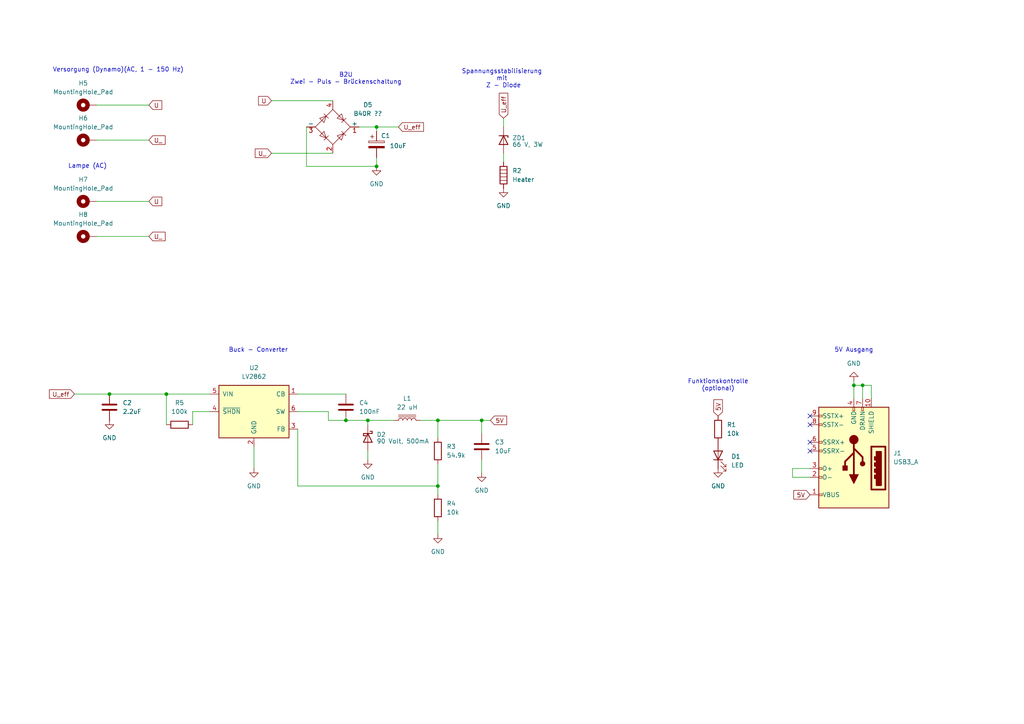
<source format=kicad_sch>
(kicad_sch (version 20231120) (generator "eeschema") (generator_version "8.0")
  (paper "A4")
  (lib_symbols
    (symbol "Connector:USB3_A" (pin_names (offset 1.016))
      (property "Reference" "J" (at -10.16 15.24 0))
      (property "Value" "USB3_A" (at 10.16 15.24 0))
      (symbol "USB3_A_0_0"
        (rectangle (start -9.144 8.636) (end -5.08 -3.81) (stroke (width 0.508)))
        (rectangle (start -7.874 7.366) (end -6.604 -2.286) (stroke (width 0.508)) (fill (type outline)))
        (rectangle (start -6.35 0) (end -6.096 -0.762) (stroke (width 0.508)))
        (rectangle (start -6.35 1.778) (end -6.096 1.016) (stroke (width 0.508)))
        (rectangle (start -6.35 3.556) (end -6.096 2.794) (stroke (width 0.508)))
        (rectangle (start -6.35 5.334) (end -6.096 4.572) (stroke (width 0.508)))
        (rectangle (start -2.794 -15.24) (end -2.286 -14.224))
        (rectangle (start -0.254 -15.24) (end 0.254 -14.224))
        (rectangle (start 10.16 -12.446) (end 9.144 -12.954))
        (rectangle (start 10.16 -9.906) (end 9.144 -10.414))
        (rectangle (start 10.16 -4.826) (end 9.144 -5.334))
        (rectangle (start 10.16 -2.286) (end 9.144 -2.794))
        (rectangle (start 10.16 2.794) (end 9.144 2.286))
        (rectangle (start 10.16 5.334) (end 9.144 4.826))
        (rectangle (start 10.16 10.414) (end 9.144 9.906))
      )
      (symbol "USB3_A_0_1"
        (rectangle (start -10.16 13.97) (end 10.16 -15.24) (stroke (width 0.254)) (fill (type background)))
      )
      (symbol "USB3_A_1_1"
        (circle (center -2.54 1.143) (radius 0.635) (stroke (width 0.254)) (fill (type outline)))
        (circle (center 0 -5.842) (radius 1.27) (fill (type outline)))
        (polyline (pts (xy 0 -5.842) (xy 0 4.318)) (stroke (width 0.508)))
        (polyline (pts (xy 0 -3.302) (xy -2.54 -0.762) (xy -2.54 0.508)) (stroke (width 0.508)))
        (polyline (pts (xy 0 -2.032) (xy 2.54 0.508) (xy 2.54 1.778)) (stroke (width 0.508)))
        (polyline (pts (xy -1.27 4.318) (xy 0 6.858) (xy 1.27 4.318) (xy -1.27 4.318)) (stroke (width 0.254)) (fill (type outline)))
        (rectangle (start 1.905 1.778) (end 3.175 3.048) (stroke (width 0.254)) (fill (type outline)))
        (pin power_in line (at 12.7 10.16 180) (length 2.54) (name "VBUS") (number "1"))
        (pin passive line (at -5.08 -17.78 90) (length 2.54) (name "SHIELD") (number "10"))
        (pin bidirectional line (at 12.7 5.08 180) (length 2.54) (name "D-") (number "2"))
        (pin bidirectional line (at 12.7 2.54 180) (length 2.54) (name "D+") (number "3"))
        (pin power_in line (at 0 -17.78 90) (length 2.54) (name "GND") (number "4"))
        (pin output line (at 12.7 -2.54 180) (length 2.54) (name "SSRX-") (number "5"))
        (pin output line (at 12.7 -5.08 180) (length 2.54) (name "SSRX+") (number "6"))
        (pin passive line (at -2.54 -17.78 90) (length 2.54) (name "DRAIN") (number "7"))
        (pin input line (at 12.7 -10.16 180) (length 2.54) (name "SSTX-") (number "8"))
        (pin input line (at 12.7 -12.7 180) (length 2.54) (name "SSTX+") (number "9"))
      )
    )
    (symbol "Device:C" (pin_numbers hide) (pin_names (offset 0.254))
      (property "Reference" "C" (at 0.635 2.54 0))
      (property "Value" "C" (at 0.635 -2.54 0))
      (symbol "C_0_1"
        (polyline (pts (xy -2.032 -0.762) (xy 2.032 -0.762)) (stroke (width 0.508)))
        (polyline (pts (xy -2.032 0.762) (xy 2.032 0.762)) (stroke (width 0.508)))
      )
      (symbol "C_1_1"
        (pin passive line (at 0 3.81 270) (length 2.794) (name "~") (number "1"))
        (pin passive line (at 0 -3.81 90) (length 2.794) (name "~") (number "2"))
      )
    )
    (symbol "Device:C_Polarized" (pin_numbers hide) (pin_names (offset 0.254))
      (property "Reference" "C" (at 0.635 2.54 0))
      (property "Value" "C_Polarized" (at 0.635 -2.54 0))
      (symbol "C_Polarized_0_1"
        (rectangle (start -2.286 0.508) (end 2.286 1.016))
        (polyline (pts (xy -1.778 2.286) (xy -0.762 2.286)))
        (polyline (pts (xy -1.27 2.794) (xy -1.27 1.778)))
        (rectangle (start 2.286 -0.508) (end -2.286 -1.016) (fill (type outline)))
      )
      (symbol "C_Polarized_1_1"
        (pin passive line (at 0 3.81 270) (length 2.794) (name "~") (number "1"))
        (pin passive line (at 0 -3.81 90) (length 2.794) (name "~") (number "2"))
      )
    )
    (symbol "Device:D_Schottky" (pin_numbers hide) (pin_names (offset 1.016) hide)
      (property "Reference" "D" (at 0 2.54 0))
      (property "Value" "D_Schottky" (at 0 -2.54 0))
      (symbol "D_Schottky_0_1"
        (polyline (pts (xy 1.27 0) (xy -1.27 0)))
        (polyline (pts (xy 1.27 1.27) (xy 1.27 -1.27) (xy -1.27 0) (xy 1.27 1.27)) (stroke (width 0.254)))
        (polyline (pts (xy -1.905 0.635) (xy -1.905 1.27) (xy -1.27 1.27) (xy -1.27 -1.27) (xy -0.635 -1.27) (xy -0.635 -0.635)) (stroke (width 0.254)))
      )
      (symbol "D_Schottky_1_1"
        (pin passive line (at -3.81 0 0) (length 2.54) (name "K") (number "1"))
        (pin passive line (at 3.81 0 180) (length 2.54) (name "A") (number "2"))
      )
    )
    (symbol "Device:Heater" (pin_numbers hide) (pin_names (offset 0))
      (property "Reference" "R" (at 2.032 0 90))
      (property "Value" "Heater" (at -2.032 0 90))
      (symbol "Heater_0_1"
        (rectangle (start -1.016 -2.54) (end 1.016 2.54) (stroke (width 0.254)))
        (polyline (pts (xy -1.016 1.524) (xy 1.016 1.524)))
        (polyline (pts (xy 1.016 -1.524) (xy -1.016 -1.524)))
        (polyline (pts (xy 1.016 -0.508) (xy -1.016 -0.508)))
        (polyline (pts (xy 1.016 0.508) (xy -1.016 0.508)))
      )
      (symbol "Heater_1_1"
        (pin passive line (at 0 3.81 270) (length 1.27) (name "~") (number "1"))
        (pin passive line (at 0 -3.81 90) (length 1.27) (name "~") (number "2"))
      )
    )
    (symbol "Device:LED" (pin_numbers hide) (pin_names (offset 1.016) hide)
      (property "Reference" "D" (at 0 2.54 0))
      (property "Value" "LED" (at 0 -2.54 0))
      (symbol "LED_0_1"
        (polyline (pts (xy -1.27 -1.27) (xy -1.27 1.27)) (stroke (width 0.254)))
        (polyline (pts (xy -1.27 0) (xy 1.27 0)))
        (polyline (pts (xy 1.27 -1.27) (xy 1.27 1.27) (xy -1.27 0) (xy 1.27 -1.27)) (stroke (width 0.254)))
        (polyline (pts (xy -3.048 -0.762) (xy -4.572 -2.286) (xy -3.81 -2.286) (xy -4.572 -2.286) (xy -4.572 -1.524)))
        (polyline (pts (xy -1.778 -0.762) (xy -3.302 -2.286) (xy -2.54 -2.286) (xy -3.302 -2.286) (xy -3.302 -1.524)))
      )
      (symbol "LED_1_1"
        (pin passive line (at -3.81 0 0) (length 2.54) (name "K") (number "1"))
        (pin passive line (at 3.81 0 180) (length 2.54) (name "A") (number "2"))
      )
    )
    (symbol "Device:L_Iron" (pin_numbers hide) (pin_names (offset 1.016) hide)
      (property "Reference" "L" (at -1.27 0 90))
      (property "Value" "L_Iron" (at 2.794 0 90))
      (symbol "L_Iron_0_1"
        (arc (start 0 -2.54) (mid 0.6323 -1.905) (end 0 -1.27))
        (arc (start 0 -1.27) (mid 0.6323 -0.635) (end 0 0))
        (polyline (pts (xy 1.016 2.54) (xy 1.016 -2.54)))
        (polyline (pts (xy 1.524 -2.54) (xy 1.524 2.54)))
        (arc (start 0 0) (mid 0.6323 0.635) (end 0 1.27))
        (arc (start 0 1.27) (mid 0.6323 1.905) (end 0 2.54))
      )
      (symbol "L_Iron_1_1"
        (pin passive line (at 0 3.81 270) (length 1.27) (name "1") (number "1"))
        (pin passive line (at 0 -3.81 90) (length 1.27) (name "2") (number "2"))
      )
    )
    (symbol "Device:R" (pin_numbers hide) (pin_names (offset 0))
      (property "Reference" "R" (at 2.032 0 90))
      (property "Value" "R" (at 0 0 90))
      (symbol "R_0_1"
        (rectangle (start -1.016 -2.54) (end 1.016 2.54) (stroke (width 0.254)))
      )
      (symbol "R_1_1"
        (pin passive line (at 0 3.81 270) (length 1.27) (name "~") (number "1"))
        (pin passive line (at 0 -3.81 90) (length 1.27) (name "~") (number "2"))
      )
    )
    (symbol "Diode:Z3SMCxxx" (pin_numbers hide) (pin_names hide)
      (property "Reference" "D" (at 0 2.54 0))
      (property "Value" "Z3SMCxxx" (at 0 -2.54 0))
      (symbol "Z3SMCxxx_0_1"
        (polyline (pts (xy 1.27 0) (xy -1.27 0)))
        (polyline (pts (xy -1.27 -1.27) (xy -1.27 1.27) (xy -0.762 1.27)) (stroke (width 0.254)))
        (polyline (pts (xy 1.27 -1.27) (xy 1.27 1.27) (xy -1.27 0) (xy 1.27 -1.27)) (stroke (width 0.254)))
      )
      (symbol "Z3SMCxxx_1_1"
        (pin passive line (at -3.81 0 0) (length 2.54) (name "K") (number "1"))
        (pin passive line (at 3.81 0 180) (length 2.54) (name "A") (number "2"))
      )
    )
    (symbol "Diode_Bridge:W01G" (pin_names (offset 0))
      (property "Reference" "D" (at 2.54 6.985 0))
      (property "Value" "W01G" (at 2.54 5.08 0))
      (symbol "W01G_0_1"
        (polyline (pts (xy -2.54 3.81) (xy -1.27 2.54)))
        (polyline (pts (xy -1.27 -2.54) (xy -2.54 -3.81)))
        (polyline (pts (xy 2.54 -1.27) (xy 3.81 -2.54)))
        (polyline (pts (xy 2.54 1.27) (xy 3.81 2.54)))
        (polyline (pts (xy -3.81 2.54) (xy -2.54 1.27) (xy -1.905 3.175) (xy -3.81 2.54)))
        (polyline (pts (xy -2.54 -1.27) (xy -3.81 -2.54) (xy -1.905 -3.175) (xy -2.54 -1.27)))
        (polyline (pts (xy 1.27 2.54) (xy 2.54 3.81) (xy 3.175 1.905) (xy 1.27 2.54)))
        (polyline (pts (xy 3.175 -1.905) (xy 1.27 -2.54) (xy 2.54 -3.81) (xy 3.175 -1.905)))
        (polyline (pts (xy -5.08 0) (xy 0 -5.08) (xy 5.08 0) (xy 0 5.08) (xy -5.08 0)))
      )
      (symbol "W01G_1_1"
        (pin passive line (at 7.62 0 180) (length 2.54) (name "+") (number "1"))
        (pin passive line (at 0 -7.62 90) (length 2.54) (name "~") (number "2"))
        (pin passive line (at -7.62 0 0) (length 2.54) (name "-") (number "3"))
        (pin passive line (at 0 7.62 270) (length 2.54) (name "~") (number "4"))
      )
    )
    (symbol "Mechanical:MountingHole_Pad" (pin_numbers hide) (pin_names (offset 1.016) hide) (exclude_from_sim yes) (in_bom no)
      (property "Reference" "H" (at 0 6.35 0))
      (property "Value" "MountingHole_Pad" (at 0 4.445 0))
      (symbol "MountingHole_Pad_0_1"
        (circle (center 0 1.27) (radius 1.27) (stroke (width 1.27)))
      )
      (symbol "MountingHole_Pad_1_1"
        (pin input line (at 0 -2.54 90) (length 2.54) (name "1") (number "1"))
      )
    )
    (symbol "Regulator_Switching:LV2862XDDC" (pin_names (offset 1.016))
      (property "Reference" "U" (at -10.16 11.43 0))
      (property "Value" "LV2862XDDC" (at -10.16 8.89 0))
      (symbol "LV2862XDDC_0_1"
        (rectangle (start -10.16 7.62) (end 10.16 -7.62) (stroke (width 0.254)) (fill (type background)))
      )
      (symbol "LV2862XDDC_1_1"
        (pin input line (at 12.7 5.08 180) (length 2.54) (name "CB") (number "1"))
        (pin power_in line (at 0 -10.16 90) (length 2.54) (name "GND") (number "2"))
        (pin input line (at 12.7 -5.08 180) (length 2.54) (name "FB") (number "3"))
        (pin input line (at -12.7 0 0) (length 2.54) (name "~{SHDN}") (number "4"))
        (pin power_in line (at -12.7 5.08 0) (length 2.54) (name "VIN") (number "5"))
        (pin output line (at 12.7 0 180) (length 2.54) (name "SW") (number "6"))
      )
    )
    (symbol "power:GND" (power) (pin_numbers hide) (pin_names (offset 0) hide)
      (property "Value" "GND" (at 0 -3.81 0))
      (symbol "GND_0_1"
        (polyline (pts (xy 0 0) (xy 0 -1.27) (xy 1.27 -1.27) (xy 0 -2.54) (xy -1.27 -1.27) (xy 0 -1.27)))
      )
      (symbol "GND_1_1"
        (pin power_in line (at 0 0 270) (length 0) (name "~") (number "1"))
      )
    )
  )
  (junction (at 106.68 121.92))
  (junction (at 109.22 48.26))
  (junction (at 127 121.92))
  (junction (at 31.75 114.3))
  (junction (at 139.7 121.92))
  (junction (at 127 140.97))
  (junction (at 247.65 111.76))
  (junction (at 48.26 114.3))
  (junction (at 109.22 36.83))
  (junction (at 250.19 111.76))
  (junction (at 100.33 121.92))
  (no_connect (at 234.95 120.65))
  (no_connect (at 234.95 128.27))
  (no_connect (at 234.95 130.81))
  (no_connect (at 234.95 123.19))
  (wire (pts (xy 146.05 44.45) (xy 146.05 46.99)))
  (wire (pts (xy 86.36 114.3) (xy 100.33 114.3)))
  (wire (pts (xy 88.9 48.26) (xy 109.22 48.26)))
  (wire (pts (xy 21.59 114.3) (xy 31.75 114.3)))
  (wire (pts (xy 109.22 36.83) (xy 115.57 36.83)))
  (wire (pts (xy 27.94 40.64) (xy 43.18 40.64)))
  (wire (pts (xy 127 140.97) (xy 127 143.51)))
  (wire (pts (xy 109.22 48.26) (xy 109.22 45.72)))
  (wire (pts (xy 88.9 36.83) (xy 88.9 48.26)))
  (wire (pts (xy 139.7 121.92) (xy 142.24 121.92)))
  (wire (pts (xy 139.7 133.35) (xy 139.7 137.16)))
  (wire (pts (xy 106.68 121.92) (xy 114.3 121.92)))
  (wire (pts (xy 127 151.13) (xy 127 154.94)))
  (wire (pts (xy 78.74 44.45) (xy 96.52 44.45)))
  (wire (pts (xy 95.25 121.92) (xy 100.33 121.92)))
  (wire (pts (xy 106.68 123.19) (xy 106.68 121.92)))
  (wire (pts (xy 104.14 36.83) (xy 109.22 36.83)))
  (wire (pts (xy 100.33 121.92) (xy 106.68 121.92)))
  (wire (pts (xy 247.65 111.76) (xy 247.65 115.57)))
  (wire (pts (xy 106.68 130.81) (xy 106.68 133.35)))
  (wire (pts (xy 250.19 115.57) (xy 250.19 111.76)))
  (wire (pts (xy 229.87 138.43) (xy 234.95 138.43)))
  (wire (pts (xy 229.87 135.89) (xy 229.87 138.43)))
  (wire (pts (xy 27.94 30.48) (xy 43.18 30.48)))
  (wire (pts (xy 247.65 110.49) (xy 247.65 111.76)))
  (wire (pts (xy 95.25 119.38) (xy 95.25 121.92)))
  (wire (pts (xy 252.73 111.76) (xy 250.19 111.76)))
  (wire (pts (xy 78.74 29.21) (xy 96.52 29.21)))
  (wire (pts (xy 250.19 111.76) (xy 247.65 111.76)))
  (wire (pts (xy 86.36 124.46) (xy 86.36 140.97)))
  (wire (pts (xy 86.36 140.97) (xy 127 140.97)))
  (wire (pts (xy 86.36 119.38) (xy 95.25 119.38)))
  (wire (pts (xy 127 127) (xy 127 121.92)))
  (wire (pts (xy 55.88 119.38) (xy 60.96 119.38)))
  (wire (pts (xy 146.05 36.83) (xy 146.05 34.29)))
  (wire (pts (xy 121.92 121.92) (xy 127 121.92)))
  (wire (pts (xy 139.7 121.92) (xy 139.7 125.73)))
  (wire (pts (xy 31.75 114.3) (xy 48.26 114.3)))
  (wire (pts (xy 252.73 115.57) (xy 252.73 111.76)))
  (wire (pts (xy 48.26 114.3) (xy 48.26 123.19)))
  (wire (pts (xy 234.95 135.89) (xy 229.87 135.89)))
  (wire (pts (xy 127 134.62) (xy 127 140.97)))
  (wire (pts (xy 55.88 123.19) (xy 55.88 119.38)))
  (wire (pts (xy 48.26 114.3) (xy 60.96 114.3)))
  (wire (pts (xy 27.94 58.42) (xy 43.18 58.42)))
  (wire (pts (xy 27.94 68.58) (xy 43.18 68.58)))
  (wire (pts (xy 73.66 135.89) (xy 73.66 129.54)))
  (wire (pts (xy 127 121.92) (xy 139.7 121.92)))
  (wire (pts (xy 109.22 38.1) (xy 109.22 36.83)))
  (text "Buck - Converter" (at 74.93 101.6 0) (effects (font (size 1.27 1.27))))
  (text "Spannungsstabilisierung \nmit \nZ - Diode" (at 146.05 22.86 0) (effects (font (size 1.27 1.27))))
  (text "5V Ausgang" (at 247.65 101.6 0) (effects (font (size 1.27 1.27))))
  (text "Versorgung (Dynamo)(AC, 1 - 150 Hz)" (at 34.29 20.32 0) (effects (font (size 1.27 1.27))))
  (text "Lampe (AC)" (at 25.4 48.26 0) (effects (font (size 1.27 1.27))))
  (text "B2U\nZwei - Puls - Brückenschaltung" (at 100.33 22.86 0) (effects (font (size 1.27 1.27))))
  (text "Funktionskontrolle\n(optional)\n" (at 208.28 111.76 0) (effects (font (size 1.27 1.27))))
  (global_label "U" (shape input) (at 43.18 58.42 0) (property "Intersheetrefs" "${INTERSHEET_REFS}" (effects (hide yes))))
  (global_label "U" (shape input) (at 78.74 29.21 180) (property "Intersheetrefs" "${INTERSHEET_REFS}" (effects (hide yes))))
  (global_label "U_" (shape input) (at 43.18 40.64 0) (property "Intersheetrefs" "${INTERSHEET_REFS}" (effects (hide yes))))
  (global_label "5V" (shape input) (at 142.24 121.92 0) (property "Intersheetrefs" "${INTERSHEET_REFS}" (effects (hide yes))))
  (global_label "5V" (shape input) (at 234.95 143.51 180) (property "Intersheetrefs" "${INTERSHEET_REFS}" (effects (hide yes))))
  (global_label "U_eff" (shape input) (at 21.59 114.3 180) (property "Intersheetrefs" "${INTERSHEET_REFS}" (effects (hide yes))))
  (global_label "U" (shape input) (at 43.18 30.48 0) (property "Intersheetrefs" "${INTERSHEET_REFS}" (effects (hide yes))))
  (global_label "U_" (shape input) (at 78.74 44.45 180) (property "Intersheetrefs" "${INTERSHEET_REFS}" (effects (hide yes))))
  (global_label "U_" (shape input) (at 43.18 68.58 0) (property "Intersheetrefs" "${INTERSHEET_REFS}" (effects (hide yes))))
  (global_label "5V" (shape input) (at 208.28 120.65 90) (property "Intersheetrefs" "${INTERSHEET_REFS}" (effects (hide yes))))
  (global_label "U_eff" (shape input) (at 146.05 34.29 90) (property "Intersheetrefs" "${INTERSHEET_REFS}" (effects (hide yes))))
  (global_label "U_eff" (shape input) (at 115.57 36.83 0) (property "Intersheetrefs" "${INTERSHEET_REFS}" (effects (hide yes))))
  (symbol (lib_id "Device:L_Iron") (at 118.11 121.92 90) (unit 1)
    (property "Reference" "L1" (at 118.11 115.57 90))
    (property "Value" "22 uH" (at 118.11 118.11 90))
    (property "Description" "Inductor with iron core" (effects (hide yes)))
  )
  (symbol (lib_id "Regulator_Switching:LV2862XDDC") (at 73.66 119.38 0) (unit 1)
    (property "Reference" "U2" (at 73.66 106.68 0))
    (property "Value" "LV2862" (at 73.66 109.22 0))
    (property "Footprint" "Package_TO_SOT_SMD:SOT-23-6" (effects (hide yes)))
    (property "Datasheet" "https://www.ti.com/lit/ds/symlink/lv2862.pdf" (effects (hide yes)))
    (property "Description" "60V, 0.6A, stepdown, DC/DC converter, 770kHz" (effects (hide yes)))
  )
  (symbol (lib_id "power:GND") (at 127 154.94 0) (unit 1)
    (property "Reference" "#PWR08" (effects (hide yes)))
    (property "Value" "GND" (at 127 160.02 0))
    (property "Description" "Power symbol creates a global label with name \"GND\" , ground" (effects (hide yes)))
  )
  (symbol (lib_id "Device:R") (at 127 130.81 0) (unit 1)
    (property "Reference" "R3" (at 129.54 129.5399 0) (effects (justify left)))
    (property "Value" "54.9k" (at 129.54 132.0799 0) (effects (justify left)))
    (property "Description" "Resistor" (effects (hide yes)))
  )
  (symbol (lib_id "Device:Heater") (at 146.05 50.8 0) (unit 1)
    (property "Reference" "R2" (at 148.59 49.5299 0) (effects (justify left)))
    (property "Value" "Heater" (at 148.59 52.0699 0) (effects (justify left)))
    (property "Description" "Resistive heater" (effects (hide yes)))
  )
  (symbol (lib_id "power:GND") (at 208.28 135.89 0) (unit 1)
    (property "Reference" "#PWR01" (effects (hide yes)))
    (property "Value" "GND" (at 208.28 140.97 0))
    (property "Description" "Power symbol creates a global label with name \"GND\" , ground" (effects (hide yes)))
  )
  (symbol (lib_id "Device:C_Polarized") (at 109.22 41.91 0) (unit 1)
    (property "Reference" "C1" (at 110.49 39.37 0) (effects (justify left)))
    (property "Value" "10uF" (at 113.03 42.2909 0) (effects (justify left)))
    (property "Footprint" "Capacitor_THT:CP_Radial_D5.0mm_P2.50mm" (effects (hide yes)))
    (property "Description" "Polarized capacitor" (effects (hide yes)))
  )
  (symbol (lib_id "Device:C") (at 139.7 129.54 0) (unit 1)
    (property "Reference" "C3" (at 143.51 128.2699 0) (effects (justify left)))
    (property "Value" "10uF" (at 143.51 130.8099 0) (effects (justify left)))
    (property "Description" "Unpolarized capacitor" (effects (hide yes)))
  )
  (symbol (lib_id "power:GND") (at 146.05 54.61 0) (unit 1)
    (property "Reference" "#PWR02" (effects (hide yes)))
    (property "Value" "GND" (at 146.05 59.69 0))
    (property "Description" "Power symbol creates a global label with name \"GND\" , ground" (effects (hide yes)))
  )
  (symbol (lib_id "Device:R") (at 127 147.32 0) (unit 1)
    (property "Reference" "R4" (at 129.54 146.0499 0) (effects (justify left)))
    (property "Value" "10k" (at 129.54 148.5899 0) (effects (justify left)))
    (property "Description" "Resistor" (effects (hide yes)))
  )
  (symbol (lib_id "Device:R") (at 208.28 124.46 0) (unit 1)
    (property "Reference" "R1" (at 210.82 123.1899 0) (effects (justify left)))
    (property "Value" "10k" (at 210.82 125.7299 0) (effects (justify left)))
    (property "Footprint" "Resistor_THT:R_Axial_DIN0207_L6.3mm_D2.5mm_P7.62mm_Horizontal" (effects (hide yes)))
    (property "Description" "Resistor" (effects (hide yes)))
  )
  (symbol (lib_id "Device:LED") (at 208.28 132.08 90) (unit 1)
    (property "Reference" "D1" (at 212.09 132.3974 90) (effects (justify right)))
    (property "Value" "LED" (at 212.09 134.9374 90) (effects (justify right)))
    (property "Footprint" "LED_THT:LED_D3.0mm_IRBlack" (effects (hide yes)))
    (property "Description" "Light emitting diode" (effects (hide yes)))
  )
  (symbol (lib_id "Diode_Bridge:W01G") (at 96.52 36.83 0) (unit 1)
    (property "Reference" "D5" (at 106.68 30.4098 0))
    (property "Value" "B40R ??" (at 106.68 32.9498 0))
    (property "Footprint" "Diode_THT:Diode_Bridge_Round_D9.8mm" (effects (hide yes)))
    (property "Datasheet" "https://www.vishay.com/docs/88769/woo5g.pdf" (effects (hide yes)))
    (property "Description" "Glass Passivated Single-Phase Bridge Rectifier, 70V Vrms, 1.5A If, WOG package" (effects (hide yes)))
  )
  (symbol (lib_id "Device:C") (at 100.33 118.11 0) (unit 1)
    (property "Reference" "C4" (at 104.14 116.8399 0) (effects (justify left)))
    (property "Value" "100nF" (at 104.14 119.3799 0) (effects (justify left)))
    (property "Description" "Unpolarized capacitor" (effects (hide yes)))
  )
  (symbol (lib_id "Mechanical:MountingHole_Pad") (at 25.4 58.42 90) (unit 1) (exclude_from_sim yes) (in_bom no)
    (property "Reference" "H7" (at 24.13 52.07 90))
    (property "Value" "MountingHole_Pad" (at 24.13 54.61 90))
    (property "Footprint" "Connector_Wire:SolderWire-0.75sqmm_1x01_D1.25mm_OD2.3mm" (effects (hide yes)))
    (property "Description" "Mounting Hole with connection" (effects (hide yes)))
  )
  (symbol (lib_id "power:GND") (at 109.22 48.26 0) (unit 1)
    (property "Reference" "#PWR03" (effects (hide yes)))
    (property "Value" "GND" (at 109.22 53.34 0))
    (property "Description" "Power symbol creates a global label with name \"GND\" , ground" (effects (hide yes)))
  )
  (symbol (lib_id "Mechanical:MountingHole_Pad") (at 25.4 68.58 90) (unit 1) (exclude_from_sim yes) (in_bom no)
    (property "Reference" "H8" (at 24.13 62.23 90))
    (property "Value" "MountingHole_Pad" (at 24.13 64.77 90))
    (property "Footprint" "Connector_Wire:SolderWire-0.75sqmm_1x01_D1.25mm_OD2.3mm" (effects (hide yes)))
    (property "Description" "Mounting Hole with connection" (effects (hide yes)))
  )
  (symbol (lib_id "power:GND") (at 106.68 133.35 0) (unit 1)
    (property "Reference" "#PWR07" (effects (hide yes)))
    (property "Value" "GND" (at 106.68 138.43 0))
    (property "Description" "Power symbol creates a global label with name \"GND\" , ground" (effects (hide yes)))
  )
  (symbol (lib_id "power:GND") (at 73.66 135.89 0) (unit 1)
    (property "Reference" "#PWR05" (effects (hide yes)))
    (property "Value" "GND" (at 73.66 140.97 0))
    (property "Description" "Power symbol creates a global label with name \"GND\" , ground" (effects (hide yes)))
  )
  (symbol (lib_id "Device:C") (at 31.75 118.11 0) (unit 1)
    (property "Reference" "C2" (at 35.56 116.8399 0) (effects (justify left)))
    (property "Value" "2.2uF" (at 35.56 119.3799 0) (effects (justify left)))
    (property "Description" "Unpolarized capacitor" (effects (hide yes)))
  )
  (symbol (lib_id "Connector:USB3_A") (at 247.65 133.35 180) (unit 1)
    (property "Reference" "J1" (at 259.08 131.4449 0) (effects (justify right)))
    (property "Value" "USB3_A" (at 259.08 133.9849 0) (effects (justify right)))
    (property "Footprint" "Connector_USB:USB_A_CONNFLY_DS1095-WNR0" (effects (hide yes)))
    (property "Description" "USB 3.0 A connector" (effects (hide yes)))
  )
  (symbol (lib_id "Device:D_Schottky") (at 106.68 127 270) (unit 1)
    (property "Reference" "D2" (at 109.22 126.0474 90) (effects (justify left)))
    (property "Value" "90 Volt, 500mA" (at 109.22 127.9525 90) (effects (justify left)))
    (property "Description" "Schottky diode" (effects (hide yes)))
  )
  (symbol (lib_id "Device:R") (at 52.07 123.19 90) (unit 1)
    (property "Reference" "R5" (at 52.07 116.84 90))
    (property "Value" "100k" (at 52.07 119.38 90))
    (property "Description" "Resistor" (effects (hide yes)))
  )
  (symbol (lib_id "Diode:Z3SMCxxx") (at 146.05 40.64 270) (unit 1)
    (property "Reference" "ZD1" (at 148.59 40.0049 90) (effects (justify left)))
    (property "Value" "66 V, 3W" (at 148.59 41.91 90) (effects (justify left)))
    (property "Footprint" "Diode_SMD:D_SMC" (effects (hide yes)))
    (property "Datasheet" "https://diotec.com/tl_files/diotec/files/pdf/datasheets/z3smc1.pdf" (effects (hide yes)))
    (property "Description" "3000mW Zener Diode, SMC(DO-214AB)" (effects (hide yes)))
  )
  (symbol (lib_id "Mechanical:MountingHole_Pad") (at 25.4 30.48 90) (unit 1) (exclude_from_sim yes) (in_bom no)
    (property "Reference" "H5" (at 24.13 24.13 90))
    (property "Value" "MountingHole_Pad" (at 24.13 26.67 90))
    (property "Footprint" "Connector_Wire:SolderWire-0.75sqmm_1x01_D1.25mm_OD2.3mm" (effects (hide yes)))
    (property "Description" "Mounting Hole with connection" (effects (hide yes)))
  )
  (symbol (lib_id "power:GND") (at 247.65 110.49 180) (unit 1)
    (property "Reference" "#PWR06" (effects (hide yes)))
    (property "Value" "GND" (at 247.65 105.41 0))
    (property "Description" "Power symbol creates a global label with name \"GND\" , ground" (effects (hide yes)))
  )
  (symbol (lib_id "power:GND") (at 31.75 121.92 0) (unit 1)
    (property "Reference" "#PWR04" (effects (hide yes)))
    (property "Value" "GND" (at 31.75 127 0))
    (property "Description" "Power symbol creates a global label with name \"GND\" , ground" (effects (hide yes)))
  )
  (symbol (lib_id "Mechanical:MountingHole_Pad") (at 25.4 40.64 90) (unit 1) (exclude_from_sim yes) (in_bom no)
    (property "Reference" "H6" (at 24.13 34.29 90))
    (property "Value" "MountingHole_Pad" (at 24.13 36.83 90))
    (property "Footprint" "Connector_Wire:SolderWire-0.75sqmm_1x01_D1.25mm_OD2.3mm" (effects (hide yes)))
    (property "Description" "Mounting Hole with connection" (effects (hide yes)))
  )
  (symbol (lib_id "power:GND") (at 139.7 137.16 0) (unit 1)
    (property "Reference" "#PWR010" (effects (hide yes)))
    (property "Value" "GND" (at 139.7 142.24 0))
    (property "Description" "Power symbol creates a global label with name \"GND\" , ground" (effects (hide yes)))
  )
)
</source>
